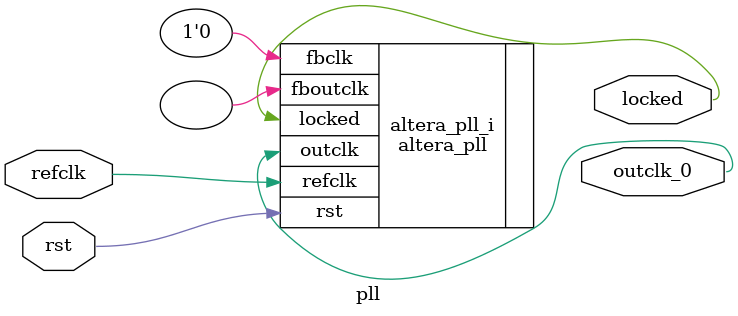
<source format=v>
`timescale 1ns/10ps

module  pll(
	// interface 'refclk'
	input refclk,
	// interface 'reset'
	input rst,
	// interface 'outclk0'
	output outclk_0,
	// interface 'locked'
	output locked
);

	altera_pll #(
		.fractional_vco_multiplier("true"),
		.reference_clock_frequency("50.0 MHz"),
		.operation_mode("direct"),
		.number_of_clocks(1),
		.output_clock_frequency0("133.000000 MHz"),
		.phase_shift0("0 ps"),
		.duty_cycle0(50),
		.output_clock_frequency1("0 MHz"),
		.phase_shift1("0 ps"),
		.duty_cycle1(50),
		.output_clock_frequency2("0 MHz"),
		.phase_shift2("0 ps"),
		.duty_cycle2(50),
		.output_clock_frequency3("0 MHz"),
		.phase_shift3("0 ps"),
		.duty_cycle3(50),
		.output_clock_frequency4("0 MHz"),
		.phase_shift4("0 ps"),
		.duty_cycle4(50),
		.output_clock_frequency5("0 MHz"),
		.phase_shift5("0 ps"),
		.duty_cycle5(50),
		.output_clock_frequency6("0 MHz"),
		.phase_shift6("0 ps"),
		.duty_cycle6(50),
		.output_clock_frequency7("0 MHz"),
		.phase_shift7("0 ps"),
		.duty_cycle7(50),
		.output_clock_frequency8("0 MHz"),
		.phase_shift8("0 ps"),
		.duty_cycle8(50),
		.output_clock_frequency9("0 MHz"),
		.phase_shift9("0 ps"),
		.duty_cycle9(50),
		.output_clock_frequency10("0 MHz"),
		.phase_shift10("0 ps"),
		.duty_cycle10(50),
		.output_clock_frequency11("0 MHz"),
		.phase_shift11("0 ps"),
		.duty_cycle11(50),
		.output_clock_frequency12("0 MHz"),
		.phase_shift12("0 ps"),
		.duty_cycle12(50),
		.output_clock_frequency13("0 MHz"),
		.phase_shift13("0 ps"),
		.duty_cycle13(50),
		.output_clock_frequency14("0 MHz"),
		.phase_shift14("0 ps"),
		.duty_cycle14(50),
		.output_clock_frequency15("0 MHz"),
		.phase_shift15("0 ps"),
		.duty_cycle15(50),
		.output_clock_frequency16("0 MHz"),
		.phase_shift16("0 ps"),
		.duty_cycle16(50),
		.output_clock_frequency17("0 MHz"),
		.phase_shift17("0 ps"),
		.duty_cycle17(50),
		.pll_type("General"),
		.pll_subtype("General")
	) altera_pll_i (
		.rst	(rst),
		.outclk	({outclk_0}),
		.locked	(locked),
		.fboutclk	( ),
		.fbclk	(1'b0),
		.refclk	(refclk)
	);
endmodule

</source>
